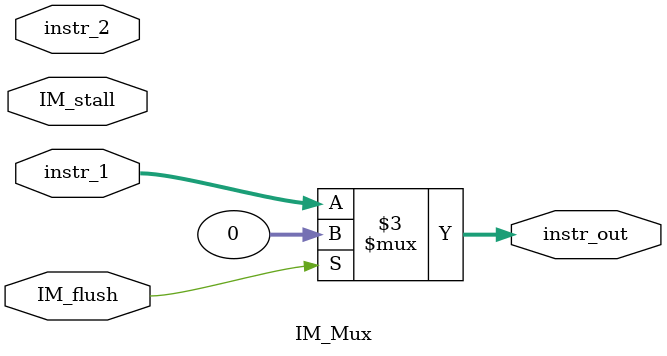
<source format=sv>
module IM_Mux (
    input [31:0] instr_1,
    input [31:0] instr_2,
    input IM_stall,
    input IM_flush,
    output logic [31:0] instr_out
);

always_comb begin
    if(IM_flush) begin
        instr_out <= 32'd0;
    end
    // else if(IM_stall) begin
    //     instr_out <= instr_2;
    // end
    else begin
        instr_out <= instr_1;
    end
end

    
endmodule
</source>
